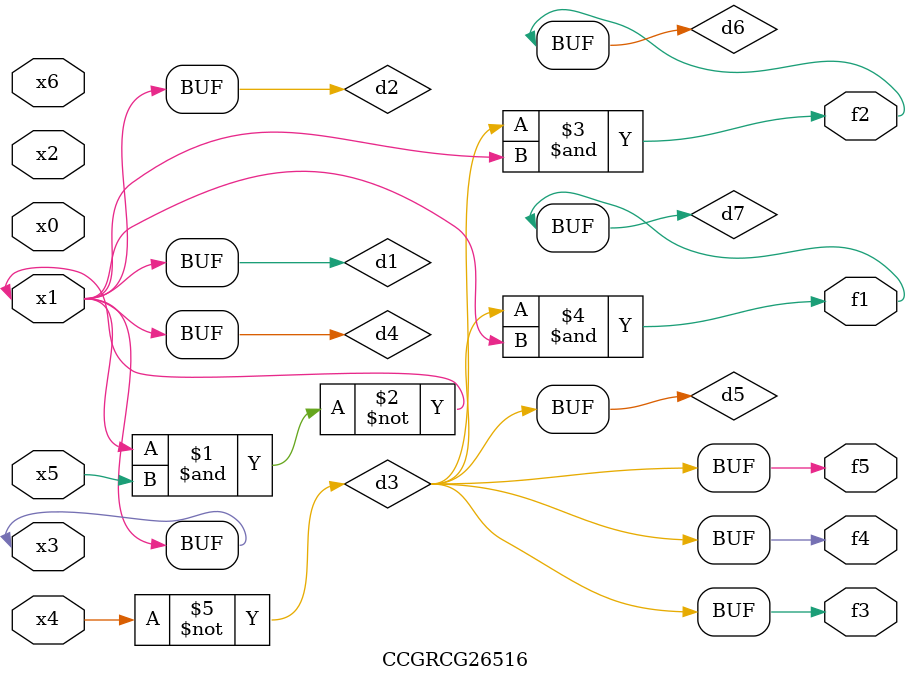
<source format=v>
module CCGRCG26516(
	input x0, x1, x2, x3, x4, x5, x6,
	output f1, f2, f3, f4, f5
);

	wire d1, d2, d3, d4, d5, d6, d7;

	buf (d1, x1, x3);
	nand (d2, x1, x5);
	not (d3, x4);
	buf (d4, d1, d2);
	buf (d5, d3);
	and (d6, d3, d4);
	and (d7, d3, d4);
	assign f1 = d7;
	assign f2 = d6;
	assign f3 = d5;
	assign f4 = d5;
	assign f5 = d5;
endmodule

</source>
